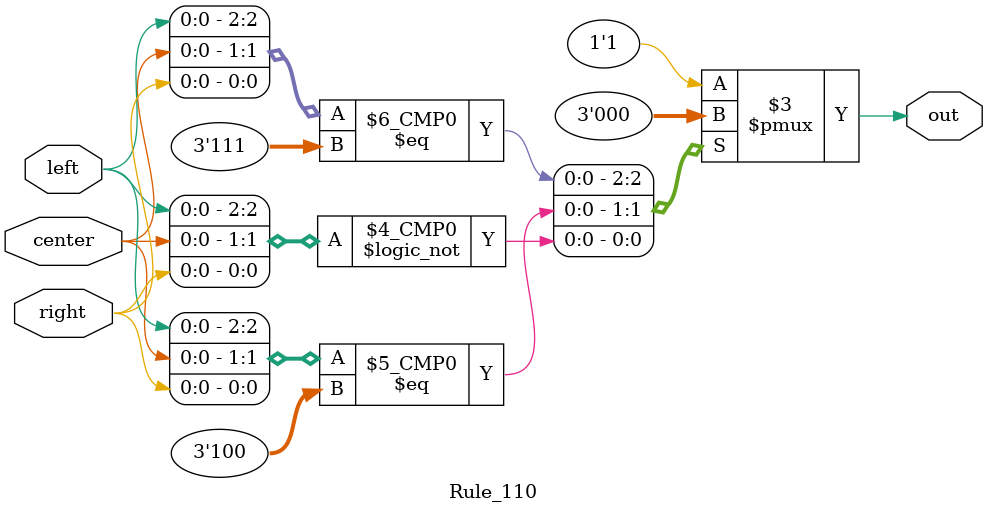
<source format=v>
module  top_module(
    input clk,
    input load,
    input [511:0] data,
    output [511:0] q
); 

    wire[511:0] temp;

    genvar i;    
    generate
        for(i=0;i<512;i++)begin:gen_cal_next
            Rule_110    cal(
                .left((i==511)?1'b0:q[i+1]),
                .center(q[i]),
                .right((i==0)?1'b0:q[i-1]),
                .out(temp[i])
            );
        end
    endgenerate

    always@(posedge clk)begin
        if(load)    q<=data;
        else        q<=temp;
    end

endmodule

module  Rule_110(
    input   left,center,right,
    output  reg out
);

    always@(*)  begin
        case({left,center,right})
            3'b111:     out=1'b0;
            3'b100:     out=1'b0;
            3'b000:     out=1'b0;
            default:    out=1'b1;
        endcase
    end

endmodule
</source>
